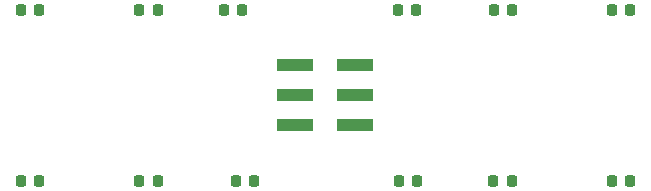
<source format=gbr>
G04 #@! TF.GenerationSoftware,KiCad,Pcbnew,8.0.6*
G04 #@! TF.CreationDate,2025-06-14T18:55:47+01:00*
G04 #@! TF.ProjectId,led-matrix,6c65642d-6d61-4747-9269-782e6b696361,rev?*
G04 #@! TF.SameCoordinates,Original*
G04 #@! TF.FileFunction,Paste,Bot*
G04 #@! TF.FilePolarity,Positive*
%FSLAX46Y46*%
G04 Gerber Fmt 4.6, Leading zero omitted, Abs format (unit mm)*
G04 Created by KiCad (PCBNEW 8.0.6) date 2025-06-14 18:55:47*
%MOMM*%
%LPD*%
G01*
G04 APERTURE LIST*
G04 Aperture macros list*
%AMRoundRect*
0 Rectangle with rounded corners*
0 $1 Rounding radius*
0 $2 $3 $4 $5 $6 $7 $8 $9 X,Y pos of 4 corners*
0 Add a 4 corners polygon primitive as box body*
4,1,4,$2,$3,$4,$5,$6,$7,$8,$9,$2,$3,0*
0 Add four circle primitives for the rounded corners*
1,1,$1+$1,$2,$3*
1,1,$1+$1,$4,$5*
1,1,$1+$1,$6,$7*
1,1,$1+$1,$8,$9*
0 Add four rect primitives between the rounded corners*
20,1,$1+$1,$2,$3,$4,$5,0*
20,1,$1+$1,$4,$5,$6,$7,0*
20,1,$1+$1,$6,$7,$8,$9,0*
20,1,$1+$1,$8,$9,$2,$3,0*%
G04 Aperture macros list end*
%ADD10RoundRect,0.225000X-0.225000X-0.250000X0.225000X-0.250000X0.225000X0.250000X-0.225000X0.250000X0*%
%ADD11R,3.150000X1.000000*%
%ADD12RoundRect,0.225000X0.225000X0.250000X-0.225000X0.250000X-0.225000X-0.250000X0.225000X-0.250000X0*%
G04 APERTURE END LIST*
D10*
X127605000Y-70750000D03*
X129155000Y-70750000D03*
X77580000Y-70750000D03*
X79130000Y-70750000D03*
X127605000Y-56250000D03*
X129155000Y-56250000D03*
D11*
X100830000Y-65997189D03*
X105880000Y-65997189D03*
X100830000Y-63457189D03*
X105880000Y-63457189D03*
X100830000Y-60917189D03*
X105880000Y-60917189D03*
D10*
X87605000Y-70750000D03*
X89155000Y-70750000D03*
X109500000Y-56300000D03*
X111050000Y-56300000D03*
X77605000Y-56250000D03*
X79155000Y-56250000D03*
X87605000Y-56250000D03*
X89155000Y-56250000D03*
X117605000Y-56250000D03*
X119155000Y-56250000D03*
D12*
X97325000Y-70750000D03*
X95775000Y-70750000D03*
D10*
X109575000Y-70750000D03*
X111125000Y-70750000D03*
D12*
X96325000Y-56250000D03*
X94775000Y-56250000D03*
D10*
X117580000Y-70750000D03*
X119130000Y-70750000D03*
M02*

</source>
